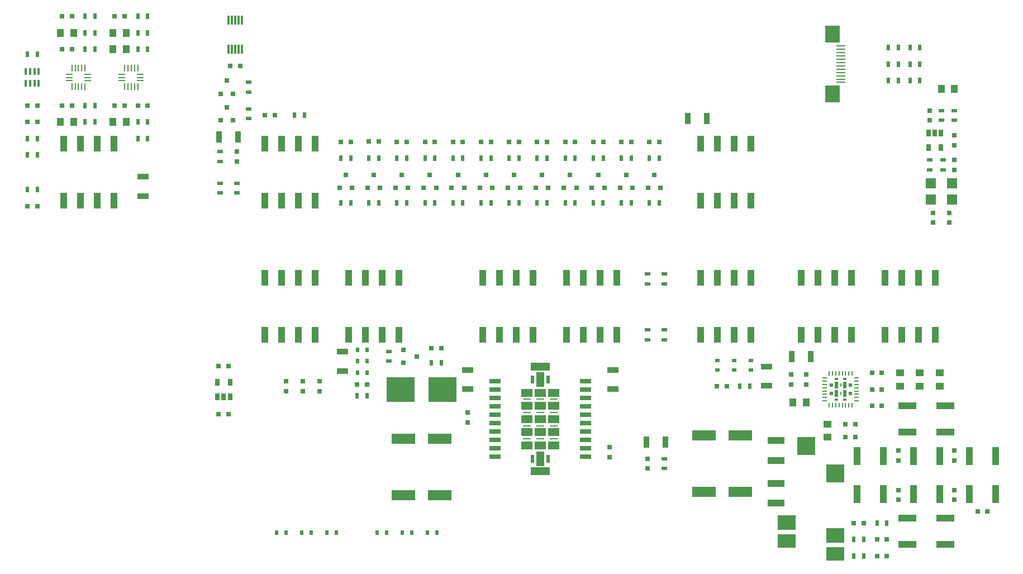
<source format=gtp>
G04 #@! TF.FileFunction,Paste,Top*
%FSLAX46Y46*%
G04 Gerber Fmt 4.6, Leading zero omitted, Abs format (unit mm)*
G04 Created by KiCad (PCBNEW 4.0.2-stable) date Tuesday, August 23, 2016 'PMt' 07:55:18 PM*
%MOMM*%
G01*
G04 APERTURE LIST*
%ADD10C,0.100000*%
%ADD11R,1.120000X2.440000*%
%ADD12R,1.700000X0.900000*%
%ADD13R,0.295000X1.000000*%
%ADD14R,1.000000X0.295000*%
%ADD15R,0.500000X0.900000*%
%ADD16R,2.800000X2.000000*%
%ADD17R,2.800000X2.200000*%
%ADD18R,2.800000X2.800000*%
%ADD19R,2.750000X1.000000*%
%ADD20R,3.599180X1.600200*%
%ADD21R,0.750000X0.800000*%
%ADD22R,0.800000X0.750000*%
%ADD23R,0.797560X0.797560*%
%ADD24R,0.700000X0.600000*%
%ADD25R,0.600000X0.700000*%
%ADD26R,0.800100X0.800100*%
%ADD27R,0.900000X0.500000*%
%ADD28R,1.000000X2.750000*%
%ADD29R,0.650000X1.060000*%
%ADD30R,0.300000X1.400000*%
%ADD31R,1.000000X1.250000*%
%ADD32R,1.250000X1.000000*%
%ADD33R,0.700000X0.250000*%
%ADD34R,0.250000X0.700000*%
%ADD35R,0.538800X0.996000*%
%ADD36R,0.576600X0.538800*%
%ADD37R,0.538800X0.348000*%
%ADD38R,0.203200X0.538800*%
%ADD39R,1.700000X0.700000*%
%ADD40R,1.746000X1.288800*%
%ADD41R,1.288800X0.203200*%
%ADD42R,1.288800X2.203200*%
%ADD43R,0.601600X1.288800*%
%ADD44R,3.000000X1.144400*%
%ADD45R,0.900000X1.700000*%
%ADD46R,4.240000X3.810000*%
%ADD47R,2.500000X1.000000*%
%ADD48R,1.500000X1.500000*%
%ADD49R,1.400000X0.295000*%
%ADD50R,2.300000X2.650000*%
%ADD51R,0.445000X1.000000*%
G04 APERTURE END LIST*
D10*
D11*
X112865000Y43370000D03*
X110325000Y43370000D03*
X107785000Y43370000D03*
X105245000Y43370000D03*
X105245000Y34750000D03*
X107785000Y34750000D03*
X110325000Y34750000D03*
X112865000Y34750000D03*
D12*
X51000000Y32200000D03*
X51000000Y29300000D03*
D13*
X10000000Y75150000D03*
X10500000Y75150000D03*
X11000000Y75150000D03*
X11500000Y75150000D03*
X12000000Y72350000D03*
D14*
X12400000Y74250000D03*
X12400000Y73750000D03*
X9600000Y73250000D03*
D13*
X12000000Y75150000D03*
D14*
X12400000Y73250000D03*
D13*
X11500000Y72350000D03*
X11000000Y72350000D03*
X10500000Y72350000D03*
X10000000Y72350000D03*
D14*
X9600000Y73750000D03*
X9600000Y74250000D03*
D15*
X20000000Y80500000D03*
X21500000Y80500000D03*
X20000000Y83000000D03*
X21500000Y83000000D03*
D16*
X118300000Y3500000D03*
X125700000Y1600000D03*
D17*
X118300000Y6300000D03*
X125700000Y4400000D03*
D18*
X125700000Y13800000D03*
X121250000Y17900000D03*
D19*
X136625000Y20000000D03*
X142375000Y20000000D03*
X142375000Y24000000D03*
X136625000Y24000000D03*
D11*
X92545000Y43370000D03*
X90005000Y43370000D03*
X87465000Y43370000D03*
X84925000Y43370000D03*
X84925000Y34750000D03*
X87465000Y34750000D03*
X90005000Y34750000D03*
X92545000Y34750000D03*
D20*
X65750820Y10500000D03*
X60249180Y10500000D03*
D21*
X121250000Y28750000D03*
X121250000Y27250000D03*
D22*
X33750000Y22750000D03*
X32250000Y22750000D03*
X32250000Y30000000D03*
X33750000Y30000000D03*
X34000000Y75500000D03*
X35500000Y75500000D03*
X16500000Y83000000D03*
X18000000Y83000000D03*
X16500000Y69500000D03*
X18000000Y69500000D03*
X4750000Y69500000D03*
X3250000Y69500000D03*
X3250000Y67000000D03*
X4750000Y67000000D03*
D21*
X91500000Y17750000D03*
X91500000Y16250000D03*
X70000000Y21500000D03*
X70000000Y23000000D03*
X47500000Y26250000D03*
X47500000Y27750000D03*
X45000000Y26250000D03*
X45000000Y27750000D03*
X42500000Y26250000D03*
X42500000Y27750000D03*
X143000000Y51750000D03*
X143000000Y53250000D03*
X140500000Y51750000D03*
X140500000Y53250000D03*
X119000000Y28750000D03*
X119000000Y27250000D03*
D22*
X128750000Y19250000D03*
X127250000Y19250000D03*
X128750000Y21250000D03*
X127250000Y21250000D03*
X132000000Y3750000D03*
X133500000Y3750000D03*
X131250000Y26500000D03*
X132750000Y26500000D03*
X128500000Y6250000D03*
X130000000Y6250000D03*
X131250000Y24000000D03*
X132750000Y24000000D03*
X131250000Y29000000D03*
X132750000Y29000000D03*
D21*
X135250000Y11250000D03*
X135250000Y9750000D03*
X143750000Y17250000D03*
X143750000Y15750000D03*
X135250000Y15750000D03*
X135250000Y17250000D03*
X143750000Y9750000D03*
X143750000Y11250000D03*
D22*
X147250000Y8000000D03*
X148750000Y8000000D03*
D23*
X35000000Y62499300D03*
X35000000Y61000700D03*
X3250700Y54250000D03*
X4749300Y54250000D03*
X97250000Y15999300D03*
X97250000Y14500700D03*
X90549300Y64000000D03*
X89050700Y64000000D03*
X86249300Y64000000D03*
X84750700Y64000000D03*
X81999300Y64000000D03*
X80500700Y64000000D03*
X77749300Y64000000D03*
X76250700Y64000000D03*
X98999300Y64000000D03*
X97500700Y64000000D03*
X94749300Y64000000D03*
X93250700Y64000000D03*
X52249300Y64000000D03*
X50750700Y64000000D03*
X56499300Y64050000D03*
X55000700Y64050000D03*
X107750700Y27000000D03*
X109249300Y27000000D03*
D24*
X112865000Y30870000D03*
X112865000Y29470000D03*
X110325000Y30870000D03*
X110325000Y29470000D03*
X107785000Y30870000D03*
X107785000Y29470000D03*
D23*
X60749300Y64000000D03*
X59250700Y64000000D03*
X53250700Y27250000D03*
X54749300Y27250000D03*
X64999300Y64000000D03*
X63500700Y64000000D03*
X69249300Y64000000D03*
X67750700Y64000000D03*
D25*
X48665000Y4770000D03*
X50065000Y4770000D03*
X44855000Y4770000D03*
X46255000Y4770000D03*
X41045000Y4770000D03*
X42445000Y4770000D03*
X63905000Y4770000D03*
X65305000Y4770000D03*
X60095000Y4770000D03*
X61495000Y4770000D03*
X56285000Y4770000D03*
X57685000Y4770000D03*
X54700000Y29000000D03*
X53300000Y29000000D03*
X54700000Y30750000D03*
X53300000Y30750000D03*
X54700000Y32500000D03*
X53300000Y32500000D03*
D23*
X73499300Y64000000D03*
X72000700Y64000000D03*
X64500700Y32750000D03*
X65999300Y32750000D03*
X133499300Y1250000D03*
X132000700Y1250000D03*
X40749300Y68000000D03*
X39250700Y68000000D03*
D26*
X88800000Y56999240D03*
X90700000Y56999240D03*
X89750000Y58998220D03*
X84550000Y56999240D03*
X86450000Y56999240D03*
X85500000Y58998220D03*
X80300000Y56999240D03*
X82200000Y56999240D03*
X81250000Y58998220D03*
X76050000Y56999240D03*
X77950000Y56999240D03*
X77000000Y58998220D03*
X97300000Y56999240D03*
X99200000Y56999240D03*
X98250000Y58998220D03*
X93050000Y56999240D03*
X94950000Y56999240D03*
X94000000Y58998220D03*
X50550000Y56999240D03*
X52450000Y56999240D03*
X51500000Y58998220D03*
X54800000Y56999240D03*
X56700000Y56999240D03*
X55750000Y58998220D03*
X59050000Y56999240D03*
X60950000Y56999240D03*
X60000000Y58998220D03*
X63300000Y56999240D03*
X65200000Y56999240D03*
X64250000Y58998220D03*
X67550000Y56999240D03*
X69450000Y56999240D03*
X68500000Y58998220D03*
X71800000Y56999240D03*
X73700000Y56999240D03*
X72750000Y58998220D03*
X60249240Y32450000D03*
X60249240Y30550000D03*
X62248220Y31500000D03*
D27*
X35000000Y56250000D03*
X35000000Y57750000D03*
X32500000Y56250000D03*
X32500000Y57750000D03*
D15*
X45250000Y68000000D03*
X43750000Y68000000D03*
D27*
X32500000Y61000000D03*
X32500000Y62500000D03*
D15*
X133750000Y73250000D03*
X135250000Y73250000D03*
X137000000Y78250000D03*
X138500000Y78250000D03*
X133750000Y78250000D03*
X135250000Y78250000D03*
X4750000Y56750000D03*
X3250000Y56750000D03*
D27*
X99750000Y42500000D03*
X99750000Y44000000D03*
X97250000Y42500000D03*
X97250000Y44000000D03*
D15*
X89000000Y54750000D03*
X90500000Y54750000D03*
X84750000Y54750000D03*
X86250000Y54750000D03*
X89050000Y61500000D03*
X90550000Y61500000D03*
X84750000Y61500000D03*
X86250000Y61500000D03*
D27*
X99750000Y14500000D03*
X99750000Y16000000D03*
X97250000Y34000000D03*
X97250000Y35500000D03*
X99750000Y34000000D03*
X99750000Y35500000D03*
D15*
X80500000Y54750000D03*
X82000000Y54750000D03*
X76250000Y54750000D03*
X77750000Y54750000D03*
X80500000Y61500000D03*
X82000000Y61500000D03*
X76250000Y61500000D03*
X77750000Y61500000D03*
D12*
X92000000Y26550000D03*
X92000000Y29450000D03*
X70000000Y26550000D03*
X70000000Y29450000D03*
D15*
X97500000Y54750000D03*
X99000000Y54750000D03*
X93250000Y54750000D03*
X94750000Y54750000D03*
X97500000Y61500000D03*
X99000000Y61500000D03*
X93250000Y61500000D03*
X94750000Y61500000D03*
X50750000Y54750000D03*
X52250000Y54750000D03*
X55000000Y54750000D03*
X56500000Y54750000D03*
X50750000Y61500000D03*
X52250000Y61500000D03*
X55000000Y61500000D03*
X56500000Y61500000D03*
X111250000Y27000000D03*
X112750000Y27000000D03*
X59250000Y54750000D03*
X60750000Y54750000D03*
X59250000Y61500000D03*
X60750000Y61500000D03*
X54750000Y25500000D03*
X53250000Y25500000D03*
X63500000Y54750000D03*
X65000000Y54750000D03*
X67750000Y54750000D03*
X69250000Y54750000D03*
X63500000Y61500000D03*
X65000000Y61500000D03*
X67750000Y61500000D03*
X69250000Y61500000D03*
X72000000Y54750000D03*
X73500000Y54750000D03*
D27*
X58000000Y30750000D03*
X58000000Y32250000D03*
D15*
X72000000Y61500000D03*
X73500000Y61500000D03*
X66000000Y30500000D03*
X64500000Y30500000D03*
X128500000Y1250000D03*
X130000000Y1250000D03*
X130000000Y3750000D03*
X128500000Y3750000D03*
X133500000Y6250000D03*
X132000000Y6250000D03*
D11*
X46825000Y63690000D03*
X44285000Y63690000D03*
X41745000Y63690000D03*
X39205000Y63690000D03*
X39205000Y55070000D03*
X41745000Y55070000D03*
X44285000Y55070000D03*
X46825000Y55070000D03*
X105245000Y55070000D03*
X107785000Y55070000D03*
X110325000Y55070000D03*
X112865000Y55070000D03*
X112865000Y63690000D03*
X110325000Y63690000D03*
X107785000Y63690000D03*
X105245000Y63690000D03*
X16345000Y63690000D03*
X13805000Y63690000D03*
X11265000Y63690000D03*
X8725000Y63690000D03*
X8725000Y55070000D03*
X11265000Y55070000D03*
X13805000Y55070000D03*
X16345000Y55070000D03*
X79845000Y43370000D03*
X77305000Y43370000D03*
X74765000Y43370000D03*
X72225000Y43370000D03*
X72225000Y34750000D03*
X74765000Y34750000D03*
X77305000Y34750000D03*
X79845000Y34750000D03*
X46825000Y43370000D03*
X44285000Y43370000D03*
X41745000Y43370000D03*
X39205000Y43370000D03*
X39205000Y34750000D03*
X41745000Y34750000D03*
X44285000Y34750000D03*
X46825000Y34750000D03*
X59525000Y43370000D03*
X56985000Y43370000D03*
X54445000Y43370000D03*
X51905000Y43370000D03*
X51905000Y34750000D03*
X54445000Y34750000D03*
X56985000Y34750000D03*
X59525000Y34750000D03*
X128105000Y43370000D03*
X125565000Y43370000D03*
X123025000Y43370000D03*
X120485000Y43370000D03*
X120485000Y34750000D03*
X123025000Y34750000D03*
X125565000Y34750000D03*
X128105000Y34750000D03*
X140805000Y43370000D03*
X138265000Y43370000D03*
X135725000Y43370000D03*
X133185000Y43370000D03*
X133185000Y34750000D03*
X135725000Y34750000D03*
X138265000Y34750000D03*
X140805000Y34750000D03*
D28*
X133000000Y10625000D03*
X133000000Y16375000D03*
X129000000Y16375000D03*
X129000000Y10625000D03*
X137500000Y16375000D03*
X137500000Y10625000D03*
X141500000Y10625000D03*
X141500000Y16375000D03*
D19*
X142375000Y7000000D03*
X136625000Y7000000D03*
X136625000Y3000000D03*
X142375000Y3000000D03*
D28*
X146000000Y16375000D03*
X146000000Y10625000D03*
X150000000Y10625000D03*
X150000000Y16375000D03*
D29*
X32050000Y25400000D03*
X33000000Y25400000D03*
X33950000Y25400000D03*
X33950000Y27600000D03*
X32050000Y27600000D03*
D30*
X33750000Y78050000D03*
X34250000Y78050000D03*
X34750000Y78050000D03*
X35250000Y78050000D03*
X35750000Y78050000D03*
X35750000Y82450000D03*
X35250000Y82450000D03*
X34750000Y82450000D03*
X34250000Y82450000D03*
X33750000Y82450000D03*
D20*
X65750820Y19000000D03*
X60249180Y19000000D03*
X111250820Y11000000D03*
X105749180Y11000000D03*
X111250820Y19500000D03*
X105749180Y19500000D03*
D31*
X16250000Y80500000D03*
X18250000Y80500000D03*
X121250000Y24500000D03*
X119250000Y24500000D03*
D32*
X124500000Y21250000D03*
X124500000Y19250000D03*
X138500000Y27000000D03*
X138500000Y29000000D03*
X141500000Y27000000D03*
X141500000Y29000000D03*
X135500000Y27000000D03*
X135500000Y29000000D03*
D31*
X16250000Y67000000D03*
X18250000Y67000000D03*
X8250000Y80500000D03*
X10250000Y80500000D03*
X8250000Y67000000D03*
X10250000Y67000000D03*
D22*
X8500000Y78000000D03*
X10000000Y78000000D03*
X8500000Y69500000D03*
X10000000Y69500000D03*
X8500000Y83000000D03*
X10000000Y83000000D03*
X20000000Y69500000D03*
X21500000Y69500000D03*
D26*
X32550000Y67249240D03*
X34450000Y67249240D03*
X33500000Y69248220D03*
X32550000Y71249240D03*
X34450000Y71249240D03*
X33500000Y73248220D03*
D27*
X36750000Y67500000D03*
X36750000Y69000000D03*
X36750000Y71500000D03*
X36750000Y73000000D03*
D15*
X4750000Y77250000D03*
X3250000Y77250000D03*
X3250000Y64500000D03*
X4750000Y64500000D03*
X4750000Y62000000D03*
X3250000Y62000000D03*
X13500000Y80500000D03*
X12000000Y80500000D03*
X20000000Y78000000D03*
X21500000Y78000000D03*
X13500000Y83000000D03*
X12000000Y83000000D03*
X13500000Y78000000D03*
X12000000Y78000000D03*
X20000000Y64500000D03*
X21500000Y64500000D03*
X21500000Y67000000D03*
X20000000Y67000000D03*
X13500000Y69500000D03*
X12000000Y69500000D03*
X12000000Y67000000D03*
X13500000Y67000000D03*
D31*
X16250000Y78000000D03*
X18250000Y78000000D03*
D13*
X18000000Y75150000D03*
X18500000Y75150000D03*
X19000000Y75150000D03*
X19500000Y75150000D03*
X20000000Y72350000D03*
D14*
X20400000Y74250000D03*
X20400000Y73750000D03*
X17600000Y73250000D03*
D13*
X20000000Y75150000D03*
D14*
X20400000Y73250000D03*
D13*
X19500000Y72350000D03*
X19000000Y72350000D03*
X18500000Y72350000D03*
X18000000Y72350000D03*
D14*
X17600000Y73750000D03*
X17600000Y74250000D03*
D33*
X124100000Y28250000D03*
X124100000Y27750000D03*
X124100000Y27250000D03*
X124100000Y26750000D03*
X124100000Y26250000D03*
X124100000Y25750000D03*
X124100000Y25250000D03*
X124100000Y24750000D03*
D34*
X124750000Y24100000D03*
X125250000Y24100000D03*
X125750000Y24100000D03*
X126250000Y24100000D03*
X126750000Y24100000D03*
X127250000Y24100000D03*
X127750000Y24100000D03*
X128250000Y24100000D03*
D33*
X128900000Y24750000D03*
X128900000Y25250000D03*
X128900000Y25750000D03*
X128900000Y26250000D03*
X128900000Y26750000D03*
X128900000Y27250000D03*
X128900000Y27750000D03*
X128900000Y28250000D03*
D34*
X128250000Y28900000D03*
X127750000Y28900000D03*
X127250000Y28900000D03*
X126750000Y28900000D03*
X126250000Y28900000D03*
X125750000Y28900000D03*
X125250000Y28900000D03*
X124750000Y28900000D03*
D35*
X125875000Y27125000D03*
X125875000Y25875000D03*
X127125000Y27125000D03*
X127125000Y25875000D03*
D36*
X127936700Y27125000D03*
X127936700Y25875000D03*
X125063300Y25875000D03*
X125063300Y27125000D03*
D37*
X125875000Y24949000D03*
X127125000Y24949000D03*
X127125000Y28051000D03*
X125875000Y28051000D03*
D38*
X126500000Y25875000D03*
X126500000Y27125000D03*
D39*
X74140000Y27715000D03*
X74140000Y26445000D03*
X74140000Y25175000D03*
X74140000Y23905000D03*
X74140000Y22635000D03*
X74140000Y21365000D03*
X74140000Y20095000D03*
X74140000Y18825000D03*
X74140000Y17555000D03*
X74140000Y16285000D03*
X87840000Y16285000D03*
X87840000Y17555000D03*
X87840000Y18825000D03*
X87840000Y20095000D03*
X87840000Y21365000D03*
X87840000Y22635000D03*
X87840000Y23905000D03*
X87840000Y25175000D03*
X87840000Y26445000D03*
X87840000Y27715000D03*
D40*
X82990000Y26000000D03*
X82990000Y24000000D03*
X82990000Y22000000D03*
X82990000Y20000000D03*
X82990000Y18000000D03*
X80990000Y26000000D03*
X80990000Y24000000D03*
X80990000Y22000000D03*
X80990000Y20000000D03*
X80990000Y18000000D03*
X78990000Y26000000D03*
X78990000Y24000000D03*
X78990000Y22000000D03*
X78990000Y20000000D03*
X78990000Y18000000D03*
D41*
X82990000Y25000000D03*
X82990000Y23000000D03*
X82990000Y21000000D03*
X82990000Y19000000D03*
X80990000Y25000000D03*
X80990000Y23000000D03*
X80990000Y21000000D03*
X80990000Y19000000D03*
X78990000Y25000000D03*
X78990000Y23000000D03*
X78990000Y21000000D03*
X78990000Y19000000D03*
D42*
X80990000Y28000000D03*
X80990000Y16000000D03*
D43*
X79790800Y28000000D03*
X82189200Y28000000D03*
X82189200Y16000000D03*
X79790800Y16000000D03*
D44*
X80990000Y29927800D03*
X80990000Y14072200D03*
D45*
X35200000Y64750000D03*
X32300000Y64750000D03*
D46*
X59815000Y26500000D03*
X66185000Y26500000D03*
D12*
X115250000Y29950000D03*
X115250000Y27050000D03*
D45*
X121950000Y31500000D03*
X119050000Y31500000D03*
D47*
X116750000Y18750000D03*
X116750000Y15750000D03*
X116750000Y9250000D03*
X116750000Y12250000D03*
D48*
X143375000Y57750000D03*
X140125000Y57750000D03*
X140125000Y55250000D03*
X143375000Y55250000D03*
D21*
X140000000Y68750000D03*
X140000000Y67250000D03*
X143750000Y61250000D03*
X143750000Y59750000D03*
X143750000Y65000000D03*
X143750000Y63500000D03*
D45*
X103300000Y67500000D03*
X106200000Y67500000D03*
D12*
X20750000Y58700000D03*
X20750000Y55800000D03*
D45*
X99950000Y18500000D03*
X97050000Y18500000D03*
D27*
X141750000Y68750000D03*
X141750000Y67250000D03*
X143750000Y67250000D03*
X143750000Y68750000D03*
X142000000Y61250000D03*
X142000000Y59750000D03*
X140000000Y59750000D03*
X140000000Y61250000D03*
D29*
X141700000Y65350000D03*
X140750000Y65350000D03*
X139800000Y65350000D03*
X139800000Y63150000D03*
X141700000Y63150000D03*
D49*
X126500000Y78500000D03*
X126500000Y78000000D03*
X126500000Y77500000D03*
X126500000Y77000000D03*
X126500000Y76500000D03*
X126500000Y76000000D03*
X126500000Y75500000D03*
X126500000Y75000000D03*
X126500000Y74500000D03*
X126500000Y74000000D03*
X126500000Y73500000D03*
X126500000Y73000000D03*
D50*
X125250000Y80275000D03*
X125250000Y71225000D03*
D51*
X3025000Y74650000D03*
X3675000Y74650000D03*
X4325000Y74650000D03*
X4975000Y74650000D03*
X3025000Y72850000D03*
X3675000Y72850000D03*
X4325000Y72850000D03*
X4975000Y72850000D03*
D31*
X141750000Y72000000D03*
X143750000Y72000000D03*
D15*
X133750000Y75750000D03*
X135250000Y75750000D03*
X138500000Y73250000D03*
X137000000Y73250000D03*
X137000000Y75750000D03*
X138500000Y75750000D03*
M02*

</source>
